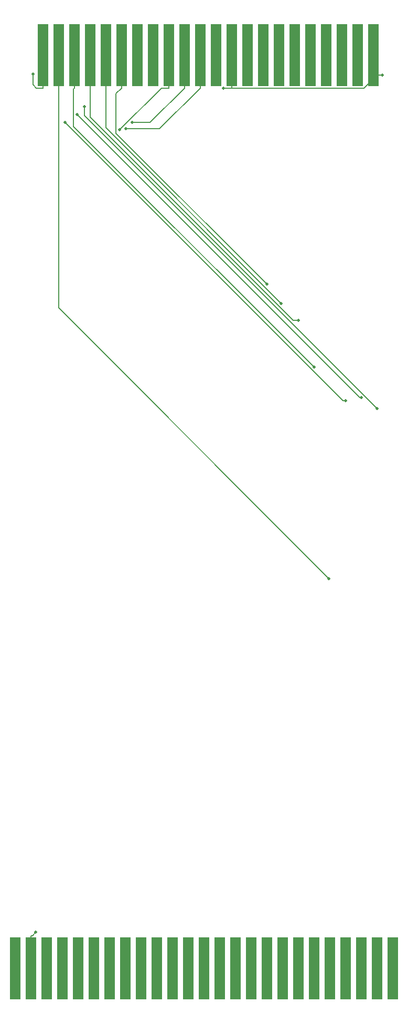
<source format=gbl>
G04 #@! TF.GenerationSoftware,KiCad,Pcbnew,(5.1.9)-1*
G04 #@! TF.CreationDate,2025-11-10T06:51:50+09:00*
G04 #@! TF.ProjectId,MZ-2000_CMU,4d5a2d32-3030-4305-9f43-4d552e6b6963,rev?*
G04 #@! TF.SameCoordinates,PX20a6660PYbcc1c70*
G04 #@! TF.FileFunction,Copper,L2,Bot*
G04 #@! TF.FilePolarity,Positive*
%FSLAX46Y46*%
G04 Gerber Fmt 4.6, Leading zero omitted, Abs format (unit mm)*
G04 Created by KiCad (PCBNEW (5.1.9)-1) date 2025-11-10 06:51:50*
%MOMM*%
%LPD*%
G01*
G04 APERTURE LIST*
G04 #@! TA.AperFunction,ConnectorPad*
%ADD10R,1.780000X10.000000*%
G04 #@! TD*
G04 #@! TA.AperFunction,ViaPad*
%ADD11C,0.500000*%
G04 #@! TD*
G04 #@! TA.AperFunction,Conductor*
%ADD12C,0.200000*%
G04 #@! TD*
G04 APERTURE END LIST*
D10*
X26940000Y137196000D03*
X29480000Y137196000D03*
X32020000Y137196000D03*
X34560000Y137196000D03*
X37100000Y137196000D03*
X39640000Y137196000D03*
X42180000Y137196000D03*
X44720000Y137196000D03*
X47260000Y137196000D03*
X49800000Y137196000D03*
X52340000Y137196000D03*
X54880000Y137196000D03*
X57420000Y137196000D03*
X59960000Y137196000D03*
X62500000Y137196000D03*
X65040000Y137196000D03*
X67580000Y137196000D03*
X70120000Y137196000D03*
X72660000Y137196000D03*
X75200000Y137196000D03*
X77740000Y137196000D03*
X80280000Y137196000D03*
X83447500Y-10080000D03*
X80907500Y-10080000D03*
X78367500Y-10080000D03*
X75827500Y-10080000D03*
X73287500Y-10080000D03*
X70747500Y-10080000D03*
X68207500Y-10080000D03*
X65667500Y-10080000D03*
X63127500Y-10080000D03*
X60587500Y-10080000D03*
X58047500Y-10080000D03*
X55507500Y-10080000D03*
X52967500Y-10080000D03*
X50427500Y-10080000D03*
X47887500Y-10080000D03*
X45347500Y-10080000D03*
X42807500Y-10080000D03*
X40267500Y-10080000D03*
X37727500Y-10080000D03*
X35187500Y-10080000D03*
X32647500Y-10080000D03*
X30107500Y-10080000D03*
X27567500Y-10080000D03*
X25027500Y-10080000D03*
X22487500Y-10080000D03*
D11*
X25330000Y134175200D03*
X25807700Y-4228000D03*
X81763400Y133981500D03*
X56092400Y131824600D03*
X30503800Y126321300D03*
X75827500Y81457000D03*
X32465800Y127633400D03*
X78367500Y82014700D03*
X33695100Y128871800D03*
X80907500Y80253000D03*
X73104400Y52815100D03*
X70747500Y86891300D03*
X68207500Y94442000D03*
X65438400Y97157000D03*
X63127500Y100248000D03*
X39341500Y125164600D03*
X41338700Y126345100D03*
X40312200Y125328600D03*
D12*
X26940000Y137196000D02*
X26940000Y131895700D01*
X26940000Y131895700D02*
X25898500Y131895700D01*
X25898500Y131895700D02*
X25330100Y132464100D01*
X25330100Y132464100D02*
X25330100Y134175200D01*
X25330100Y134175200D02*
X25330000Y134175200D01*
X25027500Y-10080000D02*
X25027500Y-4779700D01*
X25027500Y-4779700D02*
X25256000Y-4779700D01*
X25256000Y-4779700D02*
X25807700Y-4228000D01*
X57420000Y131895700D02*
X56163500Y131895700D01*
X56163500Y131895700D02*
X56092400Y131824600D01*
X80280000Y133981500D02*
X81763400Y133981500D01*
X80280000Y133981500D02*
X80280000Y133367100D01*
X80280000Y133367100D02*
X78808600Y131895700D01*
X78808600Y131895700D02*
X57420000Y131895700D01*
X80280000Y134595900D02*
X80280000Y133981500D01*
X57420000Y137196000D02*
X57420000Y131895700D01*
X80280000Y137196000D02*
X80280000Y134595900D01*
X30503800Y126321300D02*
X75368100Y81457000D01*
X75368100Y81457000D02*
X75827500Y81457000D01*
X32465800Y127633400D02*
X78084500Y82014700D01*
X78084500Y82014700D02*
X78367500Y82014700D01*
X33695100Y128871800D02*
X33695100Y127465400D01*
X33695100Y127465400D02*
X80907500Y80253000D01*
X29480000Y131895700D02*
X29480000Y96439500D01*
X29480000Y96439500D02*
X73104400Y52815100D01*
X29480000Y137196000D02*
X29480000Y131895700D01*
X70747500Y86891300D02*
X31915500Y125723300D01*
X31915500Y125723300D02*
X31915500Y131791200D01*
X31915500Y131791200D02*
X32020000Y131895700D01*
X32020000Y137196000D02*
X32020000Y131895700D01*
X34560000Y137196000D02*
X34560000Y127240000D01*
X34560000Y127240000D02*
X67358000Y94442000D01*
X67358000Y94442000D02*
X68207500Y94442000D01*
X65438400Y97157000D02*
X37100100Y125495300D01*
X37100100Y125495300D02*
X37100100Y131895700D01*
X37100100Y131895700D02*
X37100000Y131895700D01*
X37100000Y137196000D02*
X37100000Y131895700D01*
X63127500Y100248000D02*
X38770600Y124604900D01*
X38770600Y124604900D02*
X38770600Y131026300D01*
X38770600Y131026300D02*
X39640000Y131895700D01*
X39640000Y137196000D02*
X39640000Y131895700D01*
X47260000Y131895700D02*
X46072600Y131895700D01*
X46072600Y131895700D02*
X39341500Y125164600D01*
X47260000Y137196000D02*
X47260000Y131895700D01*
X49800000Y137196000D02*
X49800000Y131895700D01*
X41338700Y126345100D02*
X44249400Y126345100D01*
X44249400Y126345100D02*
X49800000Y131895700D01*
X52340000Y131895700D02*
X45772900Y125328600D01*
X45772900Y125328600D02*
X40312200Y125328600D01*
X52340000Y137196000D02*
X52340000Y131895700D01*
M02*

</source>
